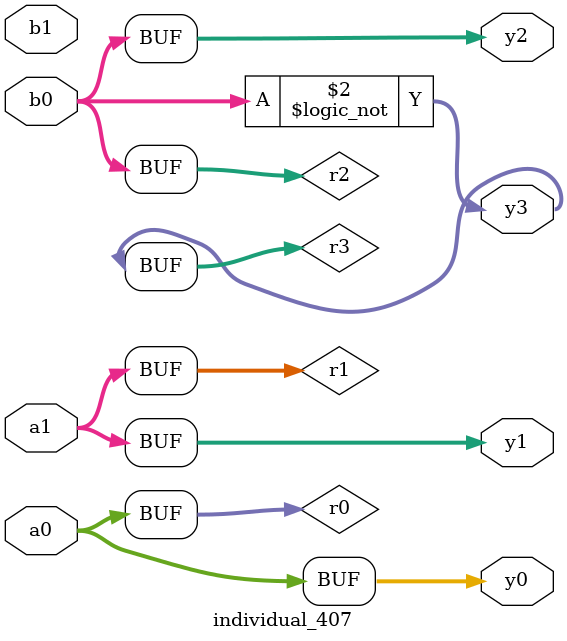
<source format=sv>
module individual_407(input logic [15:0] a1, input logic [15:0] a0, input logic [15:0] b1, input logic [15:0] b0, output logic [15:0] y3, output logic [15:0] y2, output logic [15:0] y1, output logic [15:0] y0);
logic [15:0] r0, r1, r2, r3; 
 always@(*) begin 
	 r0 = a0; r1 = a1; r2 = b0; r3 = b1; 
 	 r3 = ! r2 ;
 	 y3 = r3; y2 = r2; y1 = r1; y0 = r0; 
end
endmodule
</source>
